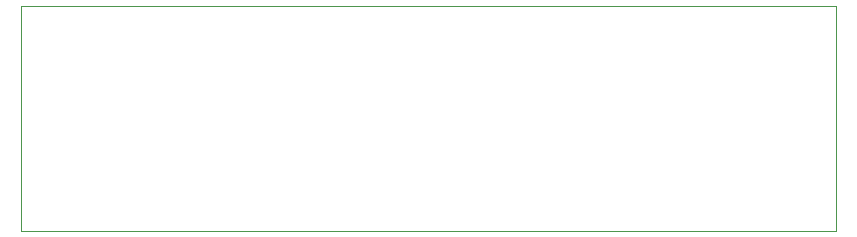
<source format=gbr>
%TF.GenerationSoftware,KiCad,Pcbnew,9.0.6*%
%TF.CreationDate,2026-01-20T00:14:12+05:30*%
%TF.ProjectId,buck_conv_lmr51430,6275636b-5f63-46f6-9e76-5f6c6d723531,rev?*%
%TF.SameCoordinates,Original*%
%TF.FileFunction,Legend,Bot*%
%TF.FilePolarity,Positive*%
%FSLAX46Y46*%
G04 Gerber Fmt 4.6, Leading zero omitted, Abs format (unit mm)*
G04 Created by KiCad (PCBNEW 9.0.6) date 2026-01-20 00:14:12*
%MOMM*%
%LPD*%
G01*
G04 APERTURE LIST*
%ADD10C,0.100000*%
G04 APERTURE END LIST*
D10*
X120500000Y-80500000D02*
X189500000Y-80500000D01*
X189500000Y-99500000D01*
X120500000Y-99500000D01*
X120500000Y-80500000D01*
M02*

</source>
